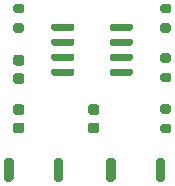
<source format=gbr>
G04 #@! TF.GenerationSoftware,KiCad,Pcbnew,5.1.7-a382d34a8~87~ubuntu18.04.1*
G04 #@! TF.CreationDate,2021-01-18T08:48:31-08:00*
G04 #@! TF.ProjectId,ph_feather_wing,70685f66-6561-4746-9865-725f77696e67,rev?*
G04 #@! TF.SameCoordinates,Original*
G04 #@! TF.FileFunction,Paste,Top*
G04 #@! TF.FilePolarity,Positive*
%FSLAX46Y46*%
G04 Gerber Fmt 4.6, Leading zero omitted, Abs format (unit mm)*
G04 Created by KiCad (PCBNEW 5.1.7-a382d34a8~87~ubuntu18.04.1) date 2021-01-18 08:48:31*
%MOMM*%
%LPD*%
G01*
G04 APERTURE LIST*
G04 APERTURE END LIST*
G36*
G01*
X70608000Y-80232000D02*
X70108000Y-80232000D01*
G75*
G02*
X69883000Y-80007000I0J225000D01*
G01*
X69883000Y-79557000D01*
G75*
G02*
X70108000Y-79332000I225000J0D01*
G01*
X70608000Y-79332000D01*
G75*
G02*
X70833000Y-79557000I0J-225000D01*
G01*
X70833000Y-80007000D01*
G75*
G02*
X70608000Y-80232000I-225000J0D01*
G01*
G37*
G36*
G01*
X70608000Y-78682000D02*
X70108000Y-78682000D01*
G75*
G02*
X69883000Y-78457000I0J225000D01*
G01*
X69883000Y-78007000D01*
G75*
G02*
X70108000Y-77782000I225000J0D01*
G01*
X70608000Y-77782000D01*
G75*
G02*
X70833000Y-78007000I0J-225000D01*
G01*
X70833000Y-78457000D01*
G75*
G02*
X70608000Y-78682000I-225000J0D01*
G01*
G37*
G36*
G01*
X70608000Y-82860000D02*
X70108000Y-82860000D01*
G75*
G02*
X69883000Y-82635000I0J225000D01*
G01*
X69883000Y-82185000D01*
G75*
G02*
X70108000Y-81960000I225000J0D01*
G01*
X70608000Y-81960000D01*
G75*
G02*
X70833000Y-82185000I0J-225000D01*
G01*
X70833000Y-82635000D01*
G75*
G02*
X70608000Y-82860000I-225000J0D01*
G01*
G37*
G36*
G01*
X70608000Y-84410000D02*
X70108000Y-84410000D01*
G75*
G02*
X69883000Y-84185000I0J225000D01*
G01*
X69883000Y-83735000D01*
G75*
G02*
X70108000Y-83510000I225000J0D01*
G01*
X70608000Y-83510000D01*
G75*
G02*
X70833000Y-83735000I0J-225000D01*
G01*
X70833000Y-84185000D01*
G75*
G02*
X70608000Y-84410000I-225000J0D01*
G01*
G37*
G36*
G01*
X76958000Y-84410000D02*
X76458000Y-84410000D01*
G75*
G02*
X76233000Y-84185000I0J225000D01*
G01*
X76233000Y-83735000D01*
G75*
G02*
X76458000Y-83510000I225000J0D01*
G01*
X76958000Y-83510000D01*
G75*
G02*
X77183000Y-83735000I0J-225000D01*
G01*
X77183000Y-84185000D01*
G75*
G02*
X76958000Y-84410000I-225000J0D01*
G01*
G37*
G36*
G01*
X76958000Y-82860000D02*
X76458000Y-82860000D01*
G75*
G02*
X76233000Y-82635000I0J225000D01*
G01*
X76233000Y-82185000D01*
G75*
G02*
X76458000Y-81960000I225000J0D01*
G01*
X76958000Y-81960000D01*
G75*
G02*
X77183000Y-82185000I0J-225000D01*
G01*
X77183000Y-82635000D01*
G75*
G02*
X76958000Y-82860000I-225000J0D01*
G01*
G37*
G36*
G01*
X83079000Y-80092000D02*
X82529000Y-80092000D01*
G75*
G02*
X82329000Y-79892000I0J200000D01*
G01*
X82329000Y-79492000D01*
G75*
G02*
X82529000Y-79292000I200000J0D01*
G01*
X83079000Y-79292000D01*
G75*
G02*
X83279000Y-79492000I0J-200000D01*
G01*
X83279000Y-79892000D01*
G75*
G02*
X83079000Y-80092000I-200000J0D01*
G01*
G37*
G36*
G01*
X83079000Y-78442000D02*
X82529000Y-78442000D01*
G75*
G02*
X82329000Y-78242000I0J200000D01*
G01*
X82329000Y-77842000D01*
G75*
G02*
X82529000Y-77642000I200000J0D01*
G01*
X83079000Y-77642000D01*
G75*
G02*
X83279000Y-77842000I0J-200000D01*
G01*
X83279000Y-78242000D01*
G75*
G02*
X83079000Y-78442000I-200000J0D01*
G01*
G37*
G36*
G01*
X83079000Y-74251000D02*
X82529000Y-74251000D01*
G75*
G02*
X82329000Y-74051000I0J200000D01*
G01*
X82329000Y-73651000D01*
G75*
G02*
X82529000Y-73451000I200000J0D01*
G01*
X83079000Y-73451000D01*
G75*
G02*
X83279000Y-73651000I0J-200000D01*
G01*
X83279000Y-74051000D01*
G75*
G02*
X83079000Y-74251000I-200000J0D01*
G01*
G37*
G36*
G01*
X83079000Y-75901000D02*
X82529000Y-75901000D01*
G75*
G02*
X82329000Y-75701000I0J200000D01*
G01*
X82329000Y-75301000D01*
G75*
G02*
X82529000Y-75101000I200000J0D01*
G01*
X83079000Y-75101000D01*
G75*
G02*
X83279000Y-75301000I0J-200000D01*
G01*
X83279000Y-75701000D01*
G75*
G02*
X83079000Y-75901000I-200000J0D01*
G01*
G37*
G36*
G01*
X70633000Y-74251000D02*
X70083000Y-74251000D01*
G75*
G02*
X69883000Y-74051000I0J200000D01*
G01*
X69883000Y-73651000D01*
G75*
G02*
X70083000Y-73451000I200000J0D01*
G01*
X70633000Y-73451000D01*
G75*
G02*
X70833000Y-73651000I0J-200000D01*
G01*
X70833000Y-74051000D01*
G75*
G02*
X70633000Y-74251000I-200000J0D01*
G01*
G37*
G36*
G01*
X70633000Y-75901000D02*
X70083000Y-75901000D01*
G75*
G02*
X69883000Y-75701000I0J200000D01*
G01*
X69883000Y-75301000D01*
G75*
G02*
X70083000Y-75101000I200000J0D01*
G01*
X70633000Y-75101000D01*
G75*
G02*
X70833000Y-75301000I0J-200000D01*
G01*
X70833000Y-75701000D01*
G75*
G02*
X70633000Y-75901000I-200000J0D01*
G01*
G37*
G36*
G01*
X82529000Y-81960000D02*
X83079000Y-81960000D01*
G75*
G02*
X83279000Y-82160000I0J-200000D01*
G01*
X83279000Y-82560000D01*
G75*
G02*
X83079000Y-82760000I-200000J0D01*
G01*
X82529000Y-82760000D01*
G75*
G02*
X82329000Y-82560000I0J200000D01*
G01*
X82329000Y-82160000D01*
G75*
G02*
X82529000Y-81960000I200000J0D01*
G01*
G37*
G36*
G01*
X82529000Y-83610000D02*
X83079000Y-83610000D01*
G75*
G02*
X83279000Y-83810000I0J-200000D01*
G01*
X83279000Y-84210000D01*
G75*
G02*
X83079000Y-84410000I-200000J0D01*
G01*
X82529000Y-84410000D01*
G75*
G02*
X82329000Y-84210000I0J200000D01*
G01*
X82329000Y-83810000D01*
G75*
G02*
X82529000Y-83610000I200000J0D01*
G01*
G37*
G36*
G01*
X73328000Y-88303000D02*
X73328000Y-86703000D01*
G75*
G02*
X73528000Y-86503000I200000J0D01*
G01*
X73928000Y-86503000D01*
G75*
G02*
X74128000Y-86703000I0J-200000D01*
G01*
X74128000Y-88303000D01*
G75*
G02*
X73928000Y-88503000I-200000J0D01*
G01*
X73528000Y-88503000D01*
G75*
G02*
X73328000Y-88303000I0J200000D01*
G01*
G37*
G36*
G01*
X69128000Y-88303000D02*
X69128000Y-86703000D01*
G75*
G02*
X69328000Y-86503000I200000J0D01*
G01*
X69728000Y-86503000D01*
G75*
G02*
X69928000Y-86703000I0J-200000D01*
G01*
X69928000Y-88303000D01*
G75*
G02*
X69728000Y-88503000I-200000J0D01*
G01*
X69328000Y-88503000D01*
G75*
G02*
X69128000Y-88303000I0J200000D01*
G01*
G37*
G36*
G01*
X77764000Y-88303000D02*
X77764000Y-86703000D01*
G75*
G02*
X77964000Y-86503000I200000J0D01*
G01*
X78364000Y-86503000D01*
G75*
G02*
X78564000Y-86703000I0J-200000D01*
G01*
X78564000Y-88303000D01*
G75*
G02*
X78364000Y-88503000I-200000J0D01*
G01*
X77964000Y-88503000D01*
G75*
G02*
X77764000Y-88303000I0J200000D01*
G01*
G37*
G36*
G01*
X81964000Y-88303000D02*
X81964000Y-86703000D01*
G75*
G02*
X82164000Y-86503000I200000J0D01*
G01*
X82564000Y-86503000D01*
G75*
G02*
X82764000Y-86703000I0J-200000D01*
G01*
X82764000Y-88303000D01*
G75*
G02*
X82564000Y-88503000I-200000J0D01*
G01*
X82164000Y-88503000D01*
G75*
G02*
X81964000Y-88303000I0J200000D01*
G01*
G37*
G36*
G01*
X80031000Y-79098000D02*
X80031000Y-79398000D01*
G75*
G02*
X79881000Y-79548000I-150000J0D01*
G01*
X78231000Y-79548000D01*
G75*
G02*
X78081000Y-79398000I0J150000D01*
G01*
X78081000Y-79098000D01*
G75*
G02*
X78231000Y-78948000I150000J0D01*
G01*
X79881000Y-78948000D01*
G75*
G02*
X80031000Y-79098000I0J-150000D01*
G01*
G37*
G36*
G01*
X80031000Y-77828000D02*
X80031000Y-78128000D01*
G75*
G02*
X79881000Y-78278000I-150000J0D01*
G01*
X78231000Y-78278000D01*
G75*
G02*
X78081000Y-78128000I0J150000D01*
G01*
X78081000Y-77828000D01*
G75*
G02*
X78231000Y-77678000I150000J0D01*
G01*
X79881000Y-77678000D01*
G75*
G02*
X80031000Y-77828000I0J-150000D01*
G01*
G37*
G36*
G01*
X80031000Y-76558000D02*
X80031000Y-76858000D01*
G75*
G02*
X79881000Y-77008000I-150000J0D01*
G01*
X78231000Y-77008000D01*
G75*
G02*
X78081000Y-76858000I0J150000D01*
G01*
X78081000Y-76558000D01*
G75*
G02*
X78231000Y-76408000I150000J0D01*
G01*
X79881000Y-76408000D01*
G75*
G02*
X80031000Y-76558000I0J-150000D01*
G01*
G37*
G36*
G01*
X80031000Y-75288000D02*
X80031000Y-75588000D01*
G75*
G02*
X79881000Y-75738000I-150000J0D01*
G01*
X78231000Y-75738000D01*
G75*
G02*
X78081000Y-75588000I0J150000D01*
G01*
X78081000Y-75288000D01*
G75*
G02*
X78231000Y-75138000I150000J0D01*
G01*
X79881000Y-75138000D01*
G75*
G02*
X80031000Y-75288000I0J-150000D01*
G01*
G37*
G36*
G01*
X75081000Y-75288000D02*
X75081000Y-75588000D01*
G75*
G02*
X74931000Y-75738000I-150000J0D01*
G01*
X73281000Y-75738000D01*
G75*
G02*
X73131000Y-75588000I0J150000D01*
G01*
X73131000Y-75288000D01*
G75*
G02*
X73281000Y-75138000I150000J0D01*
G01*
X74931000Y-75138000D01*
G75*
G02*
X75081000Y-75288000I0J-150000D01*
G01*
G37*
G36*
G01*
X75081000Y-76558000D02*
X75081000Y-76858000D01*
G75*
G02*
X74931000Y-77008000I-150000J0D01*
G01*
X73281000Y-77008000D01*
G75*
G02*
X73131000Y-76858000I0J150000D01*
G01*
X73131000Y-76558000D01*
G75*
G02*
X73281000Y-76408000I150000J0D01*
G01*
X74931000Y-76408000D01*
G75*
G02*
X75081000Y-76558000I0J-150000D01*
G01*
G37*
G36*
G01*
X75081000Y-77828000D02*
X75081000Y-78128000D01*
G75*
G02*
X74931000Y-78278000I-150000J0D01*
G01*
X73281000Y-78278000D01*
G75*
G02*
X73131000Y-78128000I0J150000D01*
G01*
X73131000Y-77828000D01*
G75*
G02*
X73281000Y-77678000I150000J0D01*
G01*
X74931000Y-77678000D01*
G75*
G02*
X75081000Y-77828000I0J-150000D01*
G01*
G37*
G36*
G01*
X75081000Y-79098000D02*
X75081000Y-79398000D01*
G75*
G02*
X74931000Y-79548000I-150000J0D01*
G01*
X73281000Y-79548000D01*
G75*
G02*
X73131000Y-79398000I0J150000D01*
G01*
X73131000Y-79098000D01*
G75*
G02*
X73281000Y-78948000I150000J0D01*
G01*
X74931000Y-78948000D01*
G75*
G02*
X75081000Y-79098000I0J-150000D01*
G01*
G37*
M02*

</source>
